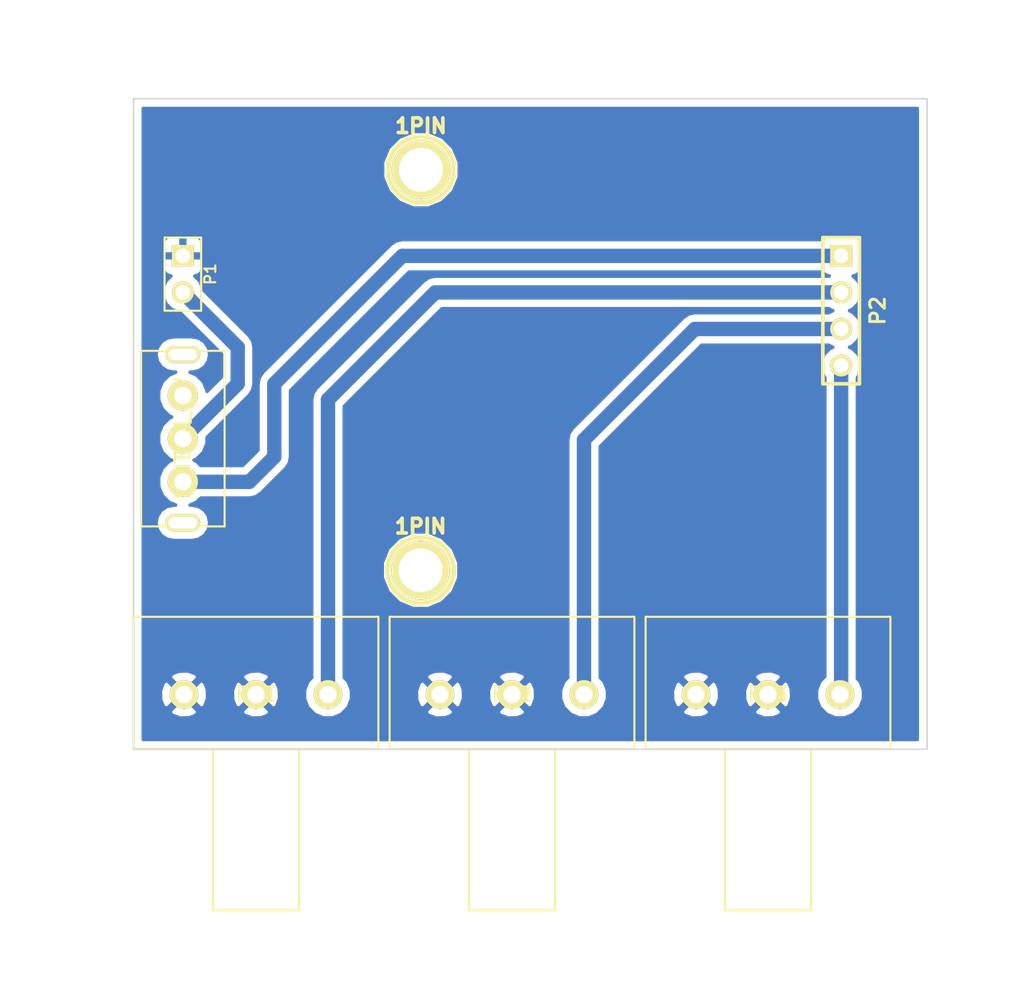
<source format=kicad_pcb>
(kicad_pcb (version 3) (host pcbnew "(2013-may-18)-stable")

  (general
    (links 11)
    (no_connects 0)
    (area 13.208 9.906 86.614001 68.669001)
    (thickness 1.6)
    (drawings 8)
    (tracks 16)
    (zones 0)
    (modules 9)
    (nets 7)
  )

  (page A4)
  (title_block 
    (title "RGB LED")
    (rev 1.1)
    (company Coredump)
  )

  (layers
    (15 F.Cu signal)
    (0 B.Cu signal)
    (16 B.Adhes user)
    (17 F.Adhes user)
    (18 B.Paste user)
    (19 F.Paste user)
    (20 B.SilkS user)
    (21 F.SilkS user)
    (22 B.Mask user)
    (23 F.Mask user)
    (24 Dwgs.User user)
    (25 Cmts.User user)
    (26 Eco1.User user)
    (27 Eco2.User user)
    (28 Edge.Cuts user)
  )

  (setup
    (last_trace_width 1)
    (trace_clearance 0.254)
    (zone_clearance 0.508)
    (zone_45_only no)
    (trace_min 1)
    (segment_width 0.2)
    (edge_width 0.1)
    (via_size 0.889)
    (via_drill 0.635)
    (via_min_size 0.889)
    (via_min_drill 0.508)
    (uvia_size 0.508)
    (uvia_drill 0.127)
    (uvias_allowed no)
    (uvia_min_size 0.508)
    (uvia_min_drill 0.127)
    (pcb_text_width 0.3)
    (pcb_text_size 1.5 1.5)
    (mod_edge_width 0.15)
    (mod_text_size 1 1)
    (mod_text_width 0.15)
    (pad_size 1.5 1.5)
    (pad_drill 0.6)
    (pad_to_mask_clearance 0)
    (aux_axis_origin 0 0)
    (visible_elements FFFFFFEF)
    (pcbplotparams
      (layerselection 272629761)
      (usegerberextensions true)
      (excludeedgelayer true)
      (linewidth 0.150000)
      (plotframeref false)
      (viasonmask false)
      (mode 1)
      (useauxorigin false)
      (hpglpennumber 1)
      (hpglpenspeed 20)
      (hpglpendiameter 15)
      (hpglpenoverlay 2)
      (psnegative false)
      (psa4output false)
      (plotreference true)
      (plotvalue true)
      (plotothertext true)
      (plotinvisibletext false)
      (padsonsilk false)
      (subtractmaskfromsilk false)
      (outputformat 1)
      (mirror false)
      (drillshape 0)
      (scaleselection 1)
      (outputdirectory output/))
  )

  (net 0 "")
  (net 1 GND)
  (net 2 N-000001)
  (net 3 N-000002)
  (net 4 N-000003)
  (net 5 N-000004)
  (net 6 VDD)

  (net_class Default "This is the default net class."
    (clearance 0.254)
    (trace_width 1)
    (via_dia 0.889)
    (via_drill 0.635)
    (uvia_dia 0.508)
    (uvia_drill 0.127)
    (add_net "")
    (add_net GND)
    (add_net N-000001)
    (add_net N-000002)
    (add_net N-000003)
    (add_net N-000004)
    (add_net VDD)
  )

  (module POT_3 (layer F.Cu) (tedit 540E1C42) (tstamp 54206B75)
    (at 154.94 116.84)
    (path /5367E976)
    (fp_text reference RV2 (at 0 0) (layer F.SilkS)
      (effects (font (size 1 1) (thickness 0.15)))
    )
    (fp_text value POT (at 0 0) (layer F.SilkS)
      (effects (font (size 1 1) (thickness 0.15)))
    )
    (fp_line (start -3 3.8) (end -3 15) (layer F.SilkS) (width 0.15))
    (fp_line (start -3 15) (end 3 15) (layer F.SilkS) (width 0.15))
    (fp_line (start 3 15) (end 3 3.8) (layer F.SilkS) (width 0.15))
    (fp_line (start -8.5 3.8) (end 8.5 3.8) (layer F.SilkS) (width 0.15))
    (fp_line (start -8.5 -5.4) (end 8.5 -5.4) (layer F.SilkS) (width 0.15))
    (fp_line (start -8.5 -5.4) (end -8.5 3.8) (layer F.SilkS) (width 0.15))
    (fp_line (start 8.5 -5.4) (end 8.5 3.8) (layer F.SilkS) (width 0.15))
    (pad 1 thru_hole circle (at -5 0) (size 2 2) (drill 1.2)
      (layers *.Cu *.Mask F.SilkS)
      (net 1 GND)
    )
    (pad 2 thru_hole circle (at 0 0) (size 2 2) (drill 1.2)
      (layers *.Cu *.Mask F.SilkS)
      (net 1 GND)
    )
    (pad 3 thru_hole circle (at 5 0) (size 2 2) (drill 1.2)
      (layers *.Cu *.Mask F.SilkS)
      (net 3 N-000002)
    )
  )

  (module POT_3 (layer F.Cu) (tedit 540E1C42) (tstamp 54206B83)
    (at 172.72 116.84)
    (path /5367E98F)
    (fp_text reference RV3 (at 0 0) (layer F.SilkS)
      (effects (font (size 1 1) (thickness 0.15)))
    )
    (fp_text value POT (at 0 0) (layer F.SilkS)
      (effects (font (size 1 1) (thickness 0.15)))
    )
    (fp_line (start -3 3.8) (end -3 15) (layer F.SilkS) (width 0.15))
    (fp_line (start -3 15) (end 3 15) (layer F.SilkS) (width 0.15))
    (fp_line (start 3 15) (end 3 3.8) (layer F.SilkS) (width 0.15))
    (fp_line (start -8.5 3.8) (end 8.5 3.8) (layer F.SilkS) (width 0.15))
    (fp_line (start -8.5 -5.4) (end 8.5 -5.4) (layer F.SilkS) (width 0.15))
    (fp_line (start -8.5 -5.4) (end -8.5 3.8) (layer F.SilkS) (width 0.15))
    (fp_line (start 8.5 -5.4) (end 8.5 3.8) (layer F.SilkS) (width 0.15))
    (pad 1 thru_hole circle (at -5 0) (size 2 2) (drill 1.2)
      (layers *.Cu *.Mask F.SilkS)
      (net 1 GND)
    )
    (pad 2 thru_hole circle (at 0 0) (size 2 2) (drill 1.2)
      (layers *.Cu *.Mask F.SilkS)
      (net 1 GND)
    )
    (pad 3 thru_hole circle (at 5 0) (size 2 2) (drill 1.2)
      (layers *.Cu *.Mask F.SilkS)
      (net 2 N-000001)
    )
  )

  (module POT_3 (layer F.Cu) (tedit 540E1C42) (tstamp 54206B91)
    (at 137.16 116.84)
    (path /5367E99E)
    (fp_text reference RV1 (at 0 0) (layer F.SilkS)
      (effects (font (size 1 1) (thickness 0.15)))
    )
    (fp_text value POT (at 0 0) (layer F.SilkS)
      (effects (font (size 1 1) (thickness 0.15)))
    )
    (fp_line (start -3 3.8) (end -3 15) (layer F.SilkS) (width 0.15))
    (fp_line (start -3 15) (end 3 15) (layer F.SilkS) (width 0.15))
    (fp_line (start 3 15) (end 3 3.8) (layer F.SilkS) (width 0.15))
    (fp_line (start -8.5 3.8) (end 8.5 3.8) (layer F.SilkS) (width 0.15))
    (fp_line (start -8.5 -5.4) (end 8.5 -5.4) (layer F.SilkS) (width 0.15))
    (fp_line (start -8.5 -5.4) (end -8.5 3.8) (layer F.SilkS) (width 0.15))
    (fp_line (start 8.5 -5.4) (end 8.5 3.8) (layer F.SilkS) (width 0.15))
    (pad 1 thru_hole circle (at -5 0) (size 2 2) (drill 1.2)
      (layers *.Cu *.Mask F.SilkS)
      (net 1 GND)
    )
    (pad 2 thru_hole circle (at 0 0) (size 2 2) (drill 1.2)
      (layers *.Cu *.Mask F.SilkS)
      (net 1 GND)
    )
    (pad 3 thru_hole circle (at 5 0) (size 2 2) (drill 1.2)
      (layers *.Cu *.Mask F.SilkS)
      (net 4 N-000003)
    )
  )

  (module PIN_ARRAY_4x1 (layer F.Cu) (tedit 4C10F42E) (tstamp 54206B9D)
    (at 177.8 90.17 270)
    (descr "Double rangee de contacts 2 x 5 pins")
    (tags CONN)
    (path /53DFF418)
    (fp_text reference P2 (at 0 -2.54 270) (layer F.SilkS)
      (effects (font (size 1.016 1.016) (thickness 0.2032)))
    )
    (fp_text value CONN_4 (at 0 2.54 270) (layer F.SilkS) hide
      (effects (font (size 1.016 1.016) (thickness 0.2032)))
    )
    (fp_line (start 5.08 1.27) (end -5.08 1.27) (layer F.SilkS) (width 0.254))
    (fp_line (start 5.08 -1.27) (end -5.08 -1.27) (layer F.SilkS) (width 0.254))
    (fp_line (start -5.08 -1.27) (end -5.08 1.27) (layer F.SilkS) (width 0.254))
    (fp_line (start 5.08 1.27) (end 5.08 -1.27) (layer F.SilkS) (width 0.254))
    (pad 1 thru_hole rect (at -3.81 0 270) (size 1.524 1.524) (drill 1.016)
      (layers *.Cu *.Mask F.SilkS)
      (net 5 N-000004)
    )
    (pad 2 thru_hole circle (at -1.27 0 270) (size 1.524 1.524) (drill 1.016)
      (layers *.Cu *.Mask F.SilkS)
      (net 4 N-000003)
    )
    (pad 3 thru_hole circle (at 1.27 0 270) (size 1.524 1.524) (drill 1.016)
      (layers *.Cu *.Mask F.SilkS)
      (net 3 N-000002)
    )
    (pad 4 thru_hole circle (at 3.81 0 270) (size 1.524 1.524) (drill 1.016)
      (layers *.Cu *.Mask F.SilkS)
      (net 2 N-000001)
    )
    (model pin_array\pins_array_4x1.wrl
      (at (xyz 0 0 0))
      (scale (xyz 1 1 1))
      (rotate (xyz 0 0 0))
    )
  )

  (module PIN_ARRAY_2X1 (layer F.Cu) (tedit 4565C520) (tstamp 54206BA7)
    (at 132.08 87.63 270)
    (descr "Connecteurs 2 pins")
    (tags "CONN DEV")
    (path /53DFF409)
    (fp_text reference P1 (at 0 -1.905 270) (layer F.SilkS)
      (effects (font (size 0.762 0.762) (thickness 0.1524)))
    )
    (fp_text value CONN_2 (at 0 -1.905 270) (layer F.SilkS) hide
      (effects (font (size 0.762 0.762) (thickness 0.1524)))
    )
    (fp_line (start -2.54 1.27) (end -2.54 -1.27) (layer F.SilkS) (width 0.1524))
    (fp_line (start -2.54 -1.27) (end 2.54 -1.27) (layer F.SilkS) (width 0.1524))
    (fp_line (start 2.54 -1.27) (end 2.54 1.27) (layer F.SilkS) (width 0.1524))
    (fp_line (start 2.54 1.27) (end -2.54 1.27) (layer F.SilkS) (width 0.1524))
    (pad 1 thru_hole rect (at -1.27 0 270) (size 1.524 1.524) (drill 1.016)
      (layers *.Cu *.Mask F.SilkS)
      (net 1 GND)
    )
    (pad 2 thru_hole circle (at 1.27 0 270) (size 1.524 1.524) (drill 1.016)
      (layers *.Cu *.Mask F.SilkS)
      (net 6 VDD)
    )
    (model pin_array/pins_array_2x1.wrl
      (at (xyz 0 0 0))
      (scale (xyz 1 1 1))
      (rotate (xyz 0 0 0))
    )
  )

  (module 1pin (layer F.Cu) (tedit 200000) (tstamp 54212D69)
    (at 148.6154 80.3783)
    (descr "module 1 pin (ou trou mecanique de percage)")
    (tags DEV)
    (path 1pin)
    (fp_text reference 1PIN (at 0 -3.048) (layer F.SilkS)
      (effects (font (size 1.016 1.016) (thickness 0.254)))
    )
    (fp_text value P*** (at 0 2.794) (layer F.SilkS) hide
      (effects (font (size 1.016 1.016) (thickness 0.254)))
    )
    (fp_circle (center 0 0) (end 0 -2.286) (layer F.SilkS) (width 0.381))
    (pad 1 thru_hole circle (at 0 0) (size 4.064 4.064) (drill 3.048)
      (layers *.Cu *.Mask F.SilkS)
    )
  )

  (module 1pin (layer F.Cu) (tedit 200000) (tstamp 54212D74)
    (at 148.59 108.204)
    (descr "module 1 pin (ou trou mecanique de percage)")
    (tags DEV)
    (path 1pin)
    (fp_text reference 1PIN (at 0 -3.048) (layer F.SilkS)
      (effects (font (size 1.016 1.016) (thickness 0.254)))
    )
    (fp_text value P*** (at 0 2.794) (layer F.SilkS) hide
      (effects (font (size 1.016 1.016) (thickness 0.254)))
    )
    (fp_circle (center 0 0) (end 0 -2.286) (layer F.SilkS) (width 0.381))
    (pad 1 thru_hole circle (at 0 0) (size 4.064 4.064) (drill 3.048)
      (layers *.Cu *.Mask F.SilkS)
    )
  )

  (module Switch_SS-12F46 (layer F.Cu) (tedit 5601BF56) (tstamp 5601C427)
    (at 132.08 99.06 90)
    (path /5601B6EA)
    (fp_text reference SW1 (at 0 0 90) (layer F.SilkS)
      (effects (font (size 1 1) (thickness 0.15)))
    )
    (fp_text value SWITCH_INV (at 0 0 90) (layer F.SilkS)
      (effects (font (size 1 1) (thickness 0.15)))
    )
    (fp_line (start -6.1 -2.9) (end 6.1 -2.9) (layer F.SilkS) (width 0.15))
    (fp_line (start 6.1 -2.9) (end 6.1 2.9) (layer F.SilkS) (width 0.15))
    (fp_line (start 6.1 2.9) (end -6.1 2.9) (layer F.SilkS) (width 0.15))
    (fp_line (start -6.1 2.9) (end -6.1 -2.9) (layer F.SilkS) (width 0.15))
    (pad 1 thru_hole circle (at -3 0 90) (size 2.1 2.1) (drill 1.2)
      (layers *.Cu *.Mask F.SilkS)
      (net 5 N-000004)
    )
    (pad 2 thru_hole circle (at 0 0 90) (size 2.1 2.1) (drill 1.2)
      (layers *.Cu *.Mask F.SilkS)
      (net 6 VDD)
    )
    (pad 3 thru_hole circle (at 3 0 90) (size 2.1 2.1) (drill 1.2)
      (layers *.Cu *.Mask F.SilkS)
    )
    (pad "" np_thru_hole oval (at 5.85 0 90) (size 1.2 2.4) (drill oval 0.8 2)
      (layers *.Cu *.Mask F.SilkS)
    )
    (pad "" np_thru_hole oval (at -5.85 0 90) (size 1.2 2.4) (drill oval 0.8 2)
      (layers *.Cu *.Mask F.SilkS)
    )
  )

  (module OSHW_COPPER_10MM (layer F.Cu) (tedit 547A290D) (tstamp 5603C37B)
    (at 139.7 82.55)
    (fp_text reference OSHW_LOGO (at 0 6.35) (layer F.SilkS) hide
      (effects (font (size 1.524 1.524) (thickness 0.3048)))
    )
    (fp_text value "" (at 2.54 8.89) (layer F.SilkS) hide
      (effects (font (size 1.524 1.524) (thickness 0.3048)))
    )
    (pad "" smd trapezoid (at 0 -4.1656 180) (size 1.45796 1.4986) (rect_delta 0 -0.2794 )
      (layers F.Cu F.Paste F.Mask)
    )
    (pad "" smd trapezoid (at 2.94386 -2.94386 135) (size 1.45796 1.4986) (rect_delta 0 -0.2794 )
      (layers F.Cu F.Paste F.Mask)
    )
    (pad "" smd trapezoid (at 4.1656 0 90) (size 1.45796 1.4986) (rect_delta 0 -0.2794 )
      (layers F.Cu F.Paste F.Mask)
    )
    (pad "" smd trapezoid (at 2.94386 2.94386 45) (size 1.45796 1.4986) (rect_delta 0 -0.2794 )
      (layers F.Cu F.Paste F.Mask)
    )
    (pad "" smd trapezoid (at -2.94386 -2.94386 225) (size 1.45796 1.4986) (rect_delta 0 -0.2794 )
      (layers F.Cu F.Paste F.Mask)
    )
    (pad "" smd trapezoid (at -4.1656 0 270) (size 1.45796 1.4986) (rect_delta 0 -0.2794 )
      (layers F.Cu F.Paste F.Mask)
    )
    (pad "" smd trapezoid (at -2.94386 2.94386 315) (size 1.45796 1.4986) (rect_delta 0 -0.2794 )
      (layers F.Cu F.Paste F.Mask)
    )
    (pad "" smd trapezoid (at 0 -2.39522 180) (size 1.08204 2.29108) (rect_delta 0 0.41402 )
      (layers F.Cu F.Paste F.Mask)
    )
    (pad "" smd trapezoid (at -0.9144 -2.21234 202.5) (size 1.08204 2.29108) (rect_delta 0 0.41402 )
      (layers F.Cu F.Paste F.Mask)
    )
    (pad "" smd trapezoid (at 0.9144 -2.21234 157.5) (size 1.08204 2.29108) (rect_delta 0 0.41402 )
      (layers F.Cu F.Paste F.Mask)
    )
    (pad "" smd trapezoid (at 1.69164 -1.69164 135) (size 1.08204 2.29108) (rect_delta 0 0.41402 )
      (layers F.Cu F.Paste F.Mask)
    )
    (pad "" smd trapezoid (at -1.69164 -1.69164 225) (size 1.08204 2.29108) (rect_delta 0 0.41402 )
      (layers F.Cu F.Paste F.Mask)
    )
    (pad "" smd trapezoid (at 2.21234 -0.9144 112.5) (size 1.08204 2.29108) (rect_delta 0 0.41402 )
      (layers F.Cu F.Paste F.Mask)
    )
    (pad "" smd trapezoid (at -2.21234 -0.9144 247.5) (size 1.08204 2.29108) (rect_delta 0 0.41402 )
      (layers F.Cu F.Paste F.Mask)
    )
    (pad "" smd trapezoid (at 2.39522 0 90) (size 1.08204 2.29108) (rect_delta 0 0.41402 )
      (layers F.Cu F.Paste F.Mask)
    )
    (pad "" smd trapezoid (at -2.39522 0 270) (size 1.08204 2.29108) (rect_delta 0 0.41402 )
      (layers F.Cu F.Paste F.Mask)
    )
    (pad "" smd trapezoid (at -2.21234 0.9144 292.5) (size 1.08204 2.29108) (rect_delta 0 0.41402 )
      (layers F.Cu F.Paste F.Mask)
    )
    (pad "" smd trapezoid (at 2.21234 0.9144 67.5) (size 1.08204 2.29108) (rect_delta 0 0.41402 )
      (layers F.Cu F.Paste F.Mask)
    )
    (pad "" smd trapezoid (at 1.69164 1.69164 45) (size 1.08204 2.29108) (rect_delta 0 0.41402 )
      (layers F.Cu F.Paste F.Mask)
    )
    (pad "" smd trapezoid (at -1.69164 1.69164 315) (size 1.08204 2.29108) (rect_delta 0 0.41402 )
      (layers F.Cu F.Paste F.Mask)
    )
    (pad "" smd trapezoid (at -1.32842 1.99136 326.3) (size 0.54102 2.29108) (rect_delta 0 0.20828 )
      (layers F.Cu F.Paste F.Mask)
    )
    (pad "" smd trapezoid (at 1.32842 1.99136 33.7) (size 0.54102 2.29108) (rect_delta 0 0.20828 )
      (layers F.Cu F.Paste F.Mask)
    )
  )

  (gr_line (start 183.769 75.438) (end 128.651 75.438) (angle 90) (layer Edge.Cuts) (width 0.1) (tstamp 5603C2D6))
  (gr_text B (at 172.72 109.22) (layer B.Mask)
    (effects (font (size 2.5 2.5) (thickness 0.3)) (justify mirror))
  )
  (gr_text R (at 154.94 109.22) (layer B.Mask)
    (effects (font (size 2.5 2.5) (thickness 0.3)) (justify mirror))
  )
  (gr_text G (at 137.16 109.22) (layer B.Mask)
    (effects (font (size 2.5 2.5) (thickness 0.3)) (justify mirror))
  )
  (gr_text "coredump\nRGB LED V1.1 2015" (at 167.64 78.74) (layer B.Mask)
    (effects (font (size 2 2) (thickness 0.3)) (justify mirror))
  )
  (gr_line (start 128.651 120.65) (end 183.769 120.65) (angle 90) (layer Edge.Cuts) (width 0.1) (tstamp 5603C2D0))
  (gr_line (start 128.651 75.438) (end 128.651 120.65) (angle 90) (layer Edge.Cuts) (width 0.1))
  (gr_line (start 183.769 120.65) (end 183.769 75.438) (angle 90) (layer Edge.Cuts) (width 0.1))

  (segment (start 177.8 116.76) (end 177.72 116.84) (width 1) (layer B.Cu) (net 2) (tstamp 54212D89))
  (segment (start 177.8 93.98) (end 177.8 116.76) (width 1) (layer B.Cu) (net 2))
  (segment (start 159.94 116.84) (end 159.94 99.14) (width 1) (layer B.Cu) (net 3))
  (segment (start 159.94 99.14) (end 167.64 91.44) (width 1) (layer B.Cu) (net 3) (tstamp 54212D83))
  (segment (start 167.64 91.44) (end 177.8 91.44) (width 1) (layer B.Cu) (net 3) (tstamp 54212D85))
  (segment (start 142.16 116.84) (end 142.16 96.346) (width 1) (layer B.Cu) (net 4))
  (segment (start 149.606 88.9) (end 177.8 88.9) (width 1) (layer B.Cu) (net 4) (tstamp 54212D7F))
  (segment (start 142.16 96.346) (end 149.606 88.9) (width 1) (layer B.Cu) (net 4) (tstamp 54212D7D))
  (segment (start 177.8 86.36) (end 147.32 86.36) (width 1) (layer B.Cu) (net 5))
  (segment (start 136.7 102.06) (end 132.08 102.06) (width 1) (layer B.Cu) (net 5) (tstamp 5601C637))
  (segment (start 138.43 100.33) (end 136.7 102.06) (width 1) (layer B.Cu) (net 5) (tstamp 5601C633))
  (segment (start 138.43 95.25) (end 138.43 100.33) (width 1) (layer B.Cu) (net 5) (tstamp 5601C632))
  (segment (start 147.32 86.36) (end 138.43 95.25) (width 1) (layer B.Cu) (net 5) (tstamp 5601C629))
  (segment (start 132.08 88.9) (end 135.89 92.71) (width 1) (layer B.Cu) (net 6))
  (segment (start 135.89 95.25) (end 132.08 99.06) (width 1) (layer B.Cu) (net 6) (tstamp 5601C619))
  (segment (start 135.89 92.71) (end 135.89 95.25) (width 1) (layer B.Cu) (net 6) (tstamp 5601C611))

  (zone (net 1) (net_name GND) (layer B.Cu) (tstamp 5603C2CF) (hatch edge 0.508)
    (connect_pads (clearance 0.508))
    (min_thickness 0.254)
    (fill (arc_segments 16) (thermal_gap 0.508) (thermal_bridge_width 0.508))
    (polygon
      (pts
        (xy 190.5 137.16) (xy 190.5 68.58) (xy 119.38 68.58) (xy 119.38 137.16)
      )
    )
    (filled_polygon
      (pts
        (xy 183.084 119.965) (xy 179.355283 119.965) (xy 179.355283 116.516205) (xy 179.106893 115.915057) (xy 178.935 115.742863)
        (xy 178.935 94.820913) (xy 178.983628 94.77237) (xy 179.196756 94.259099) (xy 179.197241 93.703339) (xy 178.985009 93.189697)
        (xy 178.59237 92.796372) (xy 178.384485 92.71005) (xy 178.590303 92.625009) (xy 178.983628 92.23237) (xy 179.196756 91.719099)
        (xy 179.197241 91.163339) (xy 178.985009 90.649697) (xy 178.59237 90.256372) (xy 178.384485 90.17005) (xy 178.590303 90.085009)
        (xy 178.983628 89.69237) (xy 179.196756 89.179099) (xy 179.197241 88.623339) (xy 178.985009 88.109697) (xy 178.633036 87.75711)
        (xy 178.687755 87.75711) (xy 178.921229 87.660641) (xy 179.100013 87.482168) (xy 179.196889 87.248864) (xy 179.19711 86.996245)
        (xy 179.19711 85.472245) (xy 179.100641 85.238771) (xy 178.922168 85.059987) (xy 178.688864 84.963111) (xy 178.436245 84.96289)
        (xy 176.912245 84.96289) (xy 176.678771 85.059359) (xy 176.512841 85.225) (xy 151.282861 85.225) (xy 151.282861 79.850128)
        (xy 150.87769 78.86954) (xy 150.128106 78.118646) (xy 149.148226 77.711765) (xy 148.087228 77.710839) (xy 147.10664 78.11601)
        (xy 146.355746 78.865594) (xy 145.948865 79.845474) (xy 145.947939 80.906472) (xy 146.35311 81.88706) (xy 147.102694 82.637954)
        (xy 148.082574 83.044835) (xy 149.143572 83.045761) (xy 150.12416 82.64059) (xy 150.875054 81.891006) (xy 151.281935 80.911126)
        (xy 151.282861 79.850128) (xy 151.282861 85.225) (xy 147.32 85.225) (xy 146.885654 85.311397) (xy 146.517433 85.557434)
        (xy 137.627434 94.447434) (xy 137.381397 94.815654) (xy 137.295 95.25) (xy 137.295 99.859867) (xy 136.229867 100.925)
        (xy 133.327851 100.925) (xy 133.035722 100.63236) (xy 132.861797 100.56014) (xy 133.033229 100.489306) (xy 133.50764 100.015722)
        (xy 133.764707 99.396638) (xy 133.76507 98.980061) (xy 136.692566 96.052567) (xy 136.692566 96.052566) (xy 136.938603 95.684346)
        (xy 137.024999 95.25) (xy 137.025 95.25) (xy 137.025 92.71) (xy 136.938603 92.275654) (xy 136.692566 91.907434)
        (xy 136.692566 91.907433) (xy 133.477181 88.692048) (xy 133.477241 88.623339) (xy 133.265009 88.109697) (xy 132.912865 87.756937)
        (xy 132.968864 87.756889) (xy 133.202168 87.660013) (xy 133.380641 87.481229) (xy 133.47711 87.247755) (xy 133.47711 85.472245)
        (xy 133.380641 85.238771) (xy 133.202168 85.059987) (xy 132.968864 84.963111) (xy 132.716245 84.96289) (xy 132.36575 84.963)
        (xy 132.207 85.12175) (xy 132.207 86.233) (xy 133.31825 86.233) (xy 133.477 86.07425) (xy 133.47711 85.472245)
        (xy 133.47711 87.247755) (xy 133.477 86.64575) (xy 133.31825 86.487) (xy 132.207 86.487) (xy 132.207 86.507)
        (xy 131.953 86.507) (xy 131.953 86.487) (xy 131.953 86.233) (xy 131.953 85.12175) (xy 131.79425 84.963)
        (xy 131.443755 84.96289) (xy 131.191136 84.963111) (xy 130.957832 85.059987) (xy 130.779359 85.238771) (xy 130.68289 85.472245)
        (xy 130.683 86.07425) (xy 130.84175 86.233) (xy 131.953 86.233) (xy 131.953 86.487) (xy 130.84175 86.487)
        (xy 130.683 86.64575) (xy 130.68289 87.247755) (xy 130.779359 87.481229) (xy 130.957832 87.660013) (xy 131.191136 87.756889)
        (xy 131.247676 87.756938) (xy 130.896372 88.10763) (xy 130.683244 88.620901) (xy 130.682759 89.176661) (xy 130.894991 89.690303)
        (xy 131.28763 90.083628) (xy 131.800901 90.296756) (xy 131.871685 90.296817) (xy 134.755 93.180132) (xy 134.755 94.779867)
        (xy 133.765254 95.769613) (xy 133.765292 95.726303) (xy 133.509306 95.106771) (xy 133.035722 94.63236) (xy 132.58451 94.445)
        (xy 132.715949 94.445) (xy 133.188563 94.350991) (xy 133.589226 94.083277) (xy 133.85694 93.682614) (xy 133.950949 93.21)
        (xy 133.85694 92.737386) (xy 133.589226 92.336723) (xy 133.188563 92.069009) (xy 132.715949 91.975) (xy 131.444051 91.975)
        (xy 130.971437 92.069009) (xy 130.570774 92.336723) (xy 130.30306 92.737386) (xy 130.209051 93.21) (xy 130.30306 93.682614)
        (xy 130.570774 94.083277) (xy 130.971437 94.350991) (xy 131.444051 94.445) (xy 131.576183 94.445) (xy 131.126771 94.630694)
        (xy 130.65236 95.104278) (xy 130.395293 95.723362) (xy 130.394708 96.393697) (xy 130.650694 97.013229) (xy 131.124278 97.48764)
        (xy 131.298202 97.559859) (xy 131.126771 97.630694) (xy 130.65236 98.104278) (xy 130.395293 98.723362) (xy 130.394708 99.393697)
        (xy 130.650694 100.013229) (xy 131.124278 100.48764) (xy 131.298202 100.559859) (xy 131.126771 100.630694) (xy 130.65236 101.104278)
        (xy 130.395293 101.723362) (xy 130.394708 102.393697) (xy 130.650694 103.013229) (xy 131.124278 103.48764) (xy 131.575489 103.675)
        (xy 131.444051 103.675) (xy 130.971437 103.769009) (xy 130.570774 104.036723) (xy 130.30306 104.437386) (xy 130.209051 104.91)
        (xy 130.30306 105.382614) (xy 130.570774 105.783277) (xy 130.971437 106.050991) (xy 131.444051 106.145) (xy 132.715949 106.145)
        (xy 133.188563 106.050991) (xy 133.589226 105.783277) (xy 133.85694 105.382614) (xy 133.950949 104.91) (xy 133.85694 104.437386)
        (xy 133.589226 104.036723) (xy 133.188563 103.769009) (xy 132.715949 103.675) (xy 132.583816 103.675) (xy 133.033229 103.489306)
        (xy 133.328048 103.195) (xy 136.7 103.195) (xy 137.134345 103.108603) (xy 137.134346 103.108603) (xy 137.502566 102.862566)
        (xy 139.232566 101.132567) (xy 139.232566 101.132566) (xy 139.478603 100.764346) (xy 139.564999 100.33) (xy 139.565 100.33)
        (xy 139.565 95.720132) (xy 147.790132 87.495) (xy 176.513106 87.495) (xy 176.677832 87.660013) (xy 176.911136 87.756889)
        (xy 176.967676 87.756938) (xy 176.9596 87.765) (xy 149.606 87.765) (xy 149.171654 87.851397) (xy 148.803434 88.097434)
        (xy 141.357434 95.543434) (xy 141.111397 95.911654) (xy 141.025 96.346) (xy 141.025 115.662797) (xy 140.774723 115.912638)
        (xy 140.525285 116.513352) (xy 140.524717 117.163795) (xy 140.773107 117.764943) (xy 141.232638 118.225277) (xy 141.833352 118.474715)
        (xy 142.483795 118.475283) (xy 143.084943 118.226893) (xy 143.545277 117.767362) (xy 143.794715 117.166648) (xy 143.795283 116.516205)
        (xy 143.546893 115.915057) (xy 143.295 115.662723) (xy 143.295 96.816132) (xy 150.076132 90.035) (xy 176.959086 90.035)
        (xy 177.00763 90.083628) (xy 177.215514 90.169949) (xy 177.009697 90.254991) (xy 176.9596 90.305) (xy 167.64 90.305)
        (xy 167.205654 90.391397) (xy 166.837433 90.637434) (xy 159.137434 98.337434) (xy 158.891397 98.705654) (xy 158.805 99.14)
        (xy 158.805 115.662797) (xy 158.554723 115.912638) (xy 158.305285 116.513352) (xy 158.304717 117.163795) (xy 158.553107 117.764943)
        (xy 159.012638 118.225277) (xy 159.613352 118.474715) (xy 160.263795 118.475283) (xy 160.864943 118.226893) (xy 161.325277 117.767362)
        (xy 161.574715 117.166648) (xy 161.575283 116.516205) (xy 161.326893 115.915057) (xy 161.075 115.662723) (xy 161.075 99.610132)
        (xy 168.110132 92.575) (xy 176.959086 92.575) (xy 177.00763 92.623628) (xy 177.215514 92.709949) (xy 177.009697 92.794991)
        (xy 176.616372 93.18763) (xy 176.403244 93.700901) (xy 176.402759 94.256661) (xy 176.614991 94.770303) (xy 176.665 94.820399)
        (xy 176.665 115.582937) (xy 176.334723 115.912638) (xy 176.085285 116.513352) (xy 176.084717 117.163795) (xy 176.333107 117.764943)
        (xy 176.792638 118.225277) (xy 177.393352 118.474715) (xy 178.043795 118.475283) (xy 178.644943 118.226893) (xy 179.105277 117.767362)
        (xy 179.354715 117.166648) (xy 179.355283 116.516205) (xy 179.355283 119.965) (xy 174.365908 119.965) (xy 174.365908 117.104538)
        (xy 174.341855 116.45454) (xy 174.139386 115.965737) (xy 173.87253 115.867075) (xy 173.692925 116.04668) (xy 173.692925 115.68747)
        (xy 173.594263 115.420614) (xy 172.984538 115.194092) (xy 172.33454 115.218145) (xy 171.845737 115.420614) (xy 171.747075 115.68747)
        (xy 172.72 116.660395) (xy 173.692925 115.68747) (xy 173.692925 116.04668) (xy 172.899605 116.84) (xy 173.87253 117.812925)
        (xy 174.139386 117.714263) (xy 174.365908 117.104538) (xy 174.365908 119.965) (xy 173.692925 119.965) (xy 173.692925 117.99253)
        (xy 172.72 117.019605) (xy 172.540395 117.19921) (xy 172.540395 116.84) (xy 171.56747 115.867075) (xy 171.300614 115.965737)
        (xy 171.074092 116.575462) (xy 171.098145 117.22546) (xy 171.300614 117.714263) (xy 171.56747 117.812925) (xy 172.540395 116.84)
        (xy 172.540395 117.19921) (xy 171.747075 117.99253) (xy 171.845737 118.259386) (xy 172.455462 118.485908) (xy 173.10546 118.461855)
        (xy 173.594263 118.259386) (xy 173.692925 117.99253) (xy 173.692925 119.965) (xy 169.365908 119.965) (xy 169.365908 117.104538)
        (xy 169.341855 116.45454) (xy 169.139386 115.965737) (xy 168.87253 115.867075) (xy 168.692925 116.04668) (xy 168.692925 115.68747)
        (xy 168.594263 115.420614) (xy 167.984538 115.194092) (xy 167.33454 115.218145) (xy 166.845737 115.420614) (xy 166.747075 115.68747)
        (xy 167.72 116.660395) (xy 168.692925 115.68747) (xy 168.692925 116.04668) (xy 167.899605 116.84) (xy 168.87253 117.812925)
        (xy 169.139386 117.714263) (xy 169.365908 117.104538) (xy 169.365908 119.965) (xy 168.692925 119.965) (xy 168.692925 117.99253)
        (xy 167.72 117.019605) (xy 167.540395 117.19921) (xy 167.540395 116.84) (xy 166.56747 115.867075) (xy 166.300614 115.965737)
        (xy 166.074092 116.575462) (xy 166.098145 117.22546) (xy 166.300614 117.714263) (xy 166.56747 117.812925) (xy 167.540395 116.84)
        (xy 167.540395 117.19921) (xy 166.747075 117.99253) (xy 166.845737 118.259386) (xy 167.455462 118.485908) (xy 168.10546 118.461855)
        (xy 168.594263 118.259386) (xy 168.692925 117.99253) (xy 168.692925 119.965) (xy 156.585908 119.965) (xy 156.585908 117.104538)
        (xy 156.561855 116.45454) (xy 156.359386 115.965737) (xy 156.09253 115.867075) (xy 155.912925 116.04668) (xy 155.912925 115.68747)
        (xy 155.814263 115.420614) (xy 155.204538 115.194092) (xy 154.55454 115.218145) (xy 154.065737 115.420614) (xy 153.967075 115.68747)
        (xy 154.94 116.660395) (xy 155.912925 115.68747) (xy 155.912925 116.04668) (xy 155.119605 116.84) (xy 156.09253 117.812925)
        (xy 156.359386 117.714263) (xy 156.585908 117.104538) (xy 156.585908 119.965) (xy 155.912925 119.965) (xy 155.912925 117.99253)
        (xy 154.94 117.019605) (xy 154.760395 117.19921) (xy 154.760395 116.84) (xy 153.78747 115.867075) (xy 153.520614 115.965737)
        (xy 153.294092 116.575462) (xy 153.318145 117.22546) (xy 153.520614 117.714263) (xy 153.78747 117.812925) (xy 154.760395 116.84)
        (xy 154.760395 117.19921) (xy 153.967075 117.99253) (xy 154.065737 118.259386) (xy 154.675462 118.485908) (xy 155.32546 118.461855)
        (xy 155.814263 118.259386) (xy 155.912925 117.99253) (xy 155.912925 119.965) (xy 151.585908 119.965) (xy 151.585908 117.104538)
        (xy 151.561855 116.45454) (xy 151.359386 115.965737) (xy 151.257461 115.928053) (xy 151.257461 107.675828) (xy 150.85229 106.69524)
        (xy 150.102706 105.944346) (xy 149.122826 105.537465) (xy 148.061828 105.536539) (xy 147.08124 105.94171) (xy 146.330346 106.691294)
        (xy 145.923465 107.671174) (xy 145.922539 108.732172) (xy 146.32771 109.71276) (xy 147.077294 110.463654) (xy 148.057174 110.870535)
        (xy 149.118172 110.871461) (xy 150.09876 110.46629) (xy 150.849654 109.716706) (xy 151.256535 108.736826) (xy 151.257461 107.675828)
        (xy 151.257461 115.928053) (xy 151.09253 115.867075) (xy 150.912925 116.04668) (xy 150.912925 115.68747) (xy 150.814263 115.420614)
        (xy 150.204538 115.194092) (xy 149.55454 115.218145) (xy 149.065737 115.420614) (xy 148.967075 115.68747) (xy 149.94 116.660395)
        (xy 150.912925 115.68747) (xy 150.912925 116.04668) (xy 150.119605 116.84) (xy 151.09253 117.812925) (xy 151.359386 117.714263)
        (xy 151.585908 117.104538) (xy 151.585908 119.965) (xy 150.912925 119.965) (xy 150.912925 117.99253) (xy 149.94 117.019605)
        (xy 149.760395 117.19921) (xy 149.760395 116.84) (xy 148.78747 115.867075) (xy 148.520614 115.965737) (xy 148.294092 116.575462)
        (xy 148.318145 117.22546) (xy 148.520614 117.714263) (xy 148.78747 117.812925) (xy 149.760395 116.84) (xy 149.760395 117.19921)
        (xy 148.967075 117.99253) (xy 149.065737 118.259386) (xy 149.675462 118.485908) (xy 150.32546 118.461855) (xy 150.814263 118.259386)
        (xy 150.912925 117.99253) (xy 150.912925 119.965) (xy 138.805908 119.965) (xy 138.805908 117.104538) (xy 138.781855 116.45454)
        (xy 138.579386 115.965737) (xy 138.31253 115.867075) (xy 138.132925 116.04668) (xy 138.132925 115.68747) (xy 138.034263 115.420614)
        (xy 137.424538 115.194092) (xy 136.77454 115.218145) (xy 136.285737 115.420614) (xy 136.187075 115.68747) (xy 137.16 116.660395)
        (xy 138.132925 115.68747) (xy 138.132925 116.04668) (xy 137.339605 116.84) (xy 138.31253 117.812925) (xy 138.579386 117.714263)
        (xy 138.805908 117.104538) (xy 138.805908 119.965) (xy 138.132925 119.965) (xy 138.132925 117.99253) (xy 137.16 117.019605)
        (xy 136.980395 117.19921) (xy 136.980395 116.84) (xy 136.00747 115.867075) (xy 135.740614 115.965737) (xy 135.514092 116.575462)
        (xy 135.538145 117.22546) (xy 135.740614 117.714263) (xy 136.00747 117.812925) (xy 136.980395 116.84) (xy 136.980395 117.19921)
        (xy 136.187075 117.99253) (xy 136.285737 118.259386) (xy 136.895462 118.485908) (xy 137.54546 118.461855) (xy 138.034263 118.259386)
        (xy 138.132925 117.99253) (xy 138.132925 119.965) (xy 133.805908 119.965) (xy 133.805908 117.104538) (xy 133.781855 116.45454)
        (xy 133.579386 115.965737) (xy 133.31253 115.867075) (xy 133.132925 116.04668) (xy 133.132925 115.68747) (xy 133.034263 115.420614)
        (xy 132.424538 115.194092) (xy 131.77454 115.218145) (xy 131.285737 115.420614) (xy 131.187075 115.68747) (xy 132.16 116.660395)
        (xy 133.132925 115.68747) (xy 133.132925 116.04668) (xy 132.339605 116.84) (xy 133.31253 117.812925) (xy 133.579386 117.714263)
        (xy 133.805908 117.104538) (xy 133.805908 119.965) (xy 133.132925 119.965) (xy 133.132925 117.99253) (xy 132.16 117.019605)
        (xy 131.980395 117.19921) (xy 131.980395 116.84) (xy 131.00747 115.867075) (xy 130.740614 115.965737) (xy 130.514092 116.575462)
        (xy 130.538145 117.22546) (xy 130.740614 117.714263) (xy 131.00747 117.812925) (xy 131.980395 116.84) (xy 131.980395 117.19921)
        (xy 131.187075 117.99253) (xy 131.285737 118.259386) (xy 131.895462 118.485908) (xy 132.54546 118.461855) (xy 133.034263 118.259386)
        (xy 133.132925 117.99253) (xy 133.132925 119.965) (xy 129.336 119.965) (xy 129.336 76.123) (xy 183.084 76.123)
        (xy 183.084 119.965)
      )
    )
  )
)

</source>
